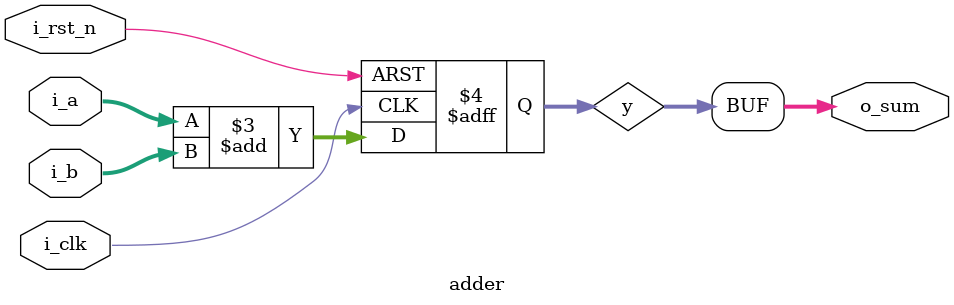
<source format=v>
module adder
#(parameter WIDTH = 8)
(
    input                           i_clk,
    input                           i_rst_n, 
    input   [WIDTH-1    :   0]      i_a, 
    input   [WIDTH-1    :   0]      i_b, 
    output  [WIDTH      :   0]      o_sum
);
    reg     [WIDTH      :   0]      y;
    always @ (posedge i_clk, negedge i_rst_n) begin
        if(~i_rst_n)
            y <= 'd0;
        else
            y <= i_a + i_b;
    end

    assign o_sum = y;

endmodule
</source>
